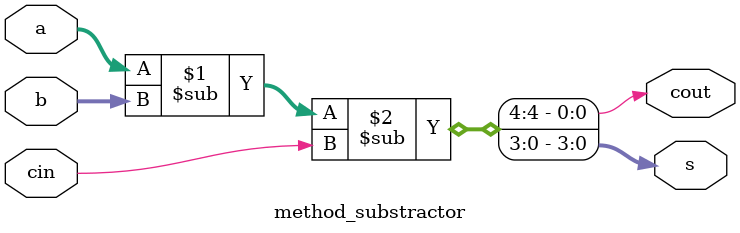
<source format=sv>
module method_substractor#(parameter N=4)(input logic [N-1:0] a, b, 
												input logic cin, 
												output logic [N-1:0] s, 
												output logic cout);
	
	assign {cout, s} = (a-b)-cin;
endmodule
</source>
